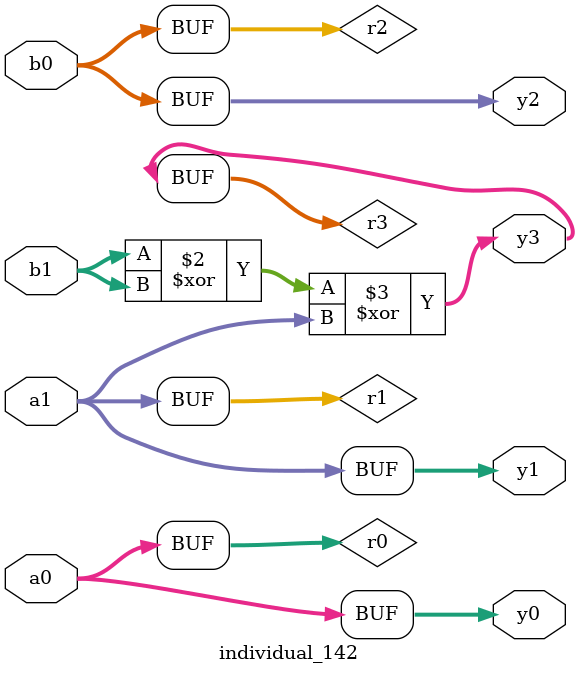
<source format=sv>
module individual_142(input logic [15:0] a1, input logic [15:0] a0, input logic [15:0] b1, input logic [15:0] b0, output logic [15:0] y3, output logic [15:0] y2, output logic [15:0] y1, output logic [15:0] y0);
logic [15:0] r0, r1, r2, r3; 
 always@(*) begin 
	 r0 = a0; r1 = a1; r2 = b0; r3 = b1; 
 	 r3  ^=  r3 ;
 	 r3  ^=  r1 ;
 	 y3 = r3; y2 = r2; y1 = r1; y0 = r0; 
end
endmodule
</source>
